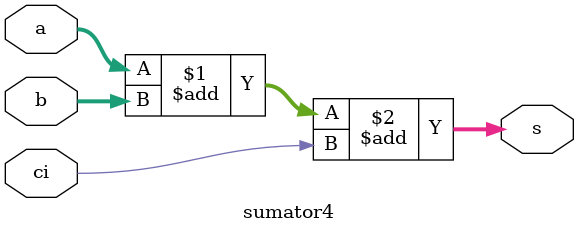
<source format=v>
`timescale 1ns / 1ps


module sumator4(
input [3:0] a,
input [3:0] b,
input ci,
output[4:0] s
    );
assign s=a+b+ci;    

endmodule

</source>
